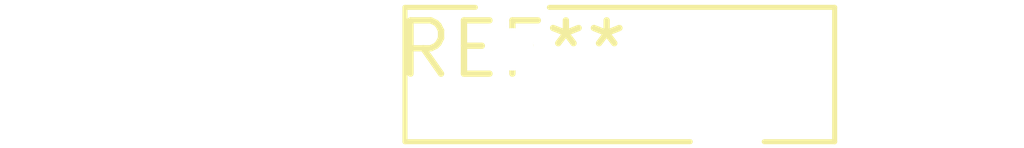
<source format=kicad_pcb>
(kicad_pcb (version 20240108) (generator pcbnew)
  (layers (0 "F.Cu" signal) (31 "B.Cu" signal) (34 "B.Paste" user) (35 "F.Paste" user) (36 "B.SilkS" user "B.Silkscreen") (37 "F.SilkS" user "F.Silkscreen") (38 "B.Mask" user) (39 "F.Mask" user) (44 "Edge.Cuts" user))
  (net 0 "")
  (footprint "Fuse_Bourns_MF-RHT400" (layer "F.Cu") (at 0 0)
    (property "Reference" "REF**")
    (property "Value" "Fuse_Bourns_MF-RHT400")
    (fp_line (start -2.55 -1) (end -2.55 2.2) (layer "F.SilkS") (stroke (width 0.12)))
    (fp_line (start -2.55 -1) (end -0.879 -1) (layer "F.SilkS") (stroke (width 0.12)))
    (fp_line (start -2.55 2.2) (end 4.222 2.2) (layer "F.SilkS") (stroke (width 0.12)))
    (fp_line (start 0.879 -1) (end 7.65 -1) (layer "F.SilkS") (stroke (width 0.12)))
    (fp_line (start 5.979 2.2) (end 7.65 2.2) (layer "F.SilkS") (stroke (width 0.12)))
    (fp_line (start 7.65 -1) (end 7.65 2.2) (layer "F.SilkS") (stroke (width 0.12)))
    (pad "1" thru_hole circle (at 0 0) (size 2.01 2.01) (drill 1.01) (layers *.Cu *.Mask) (remove_unused_layers))
    (pad "2" thru_hole circle (at 5.1 1.2) (size 2.01 2.01) (drill 1.01) (layers *.Cu *.Mask) (remove_unused_layers))
  )
)
</source>
